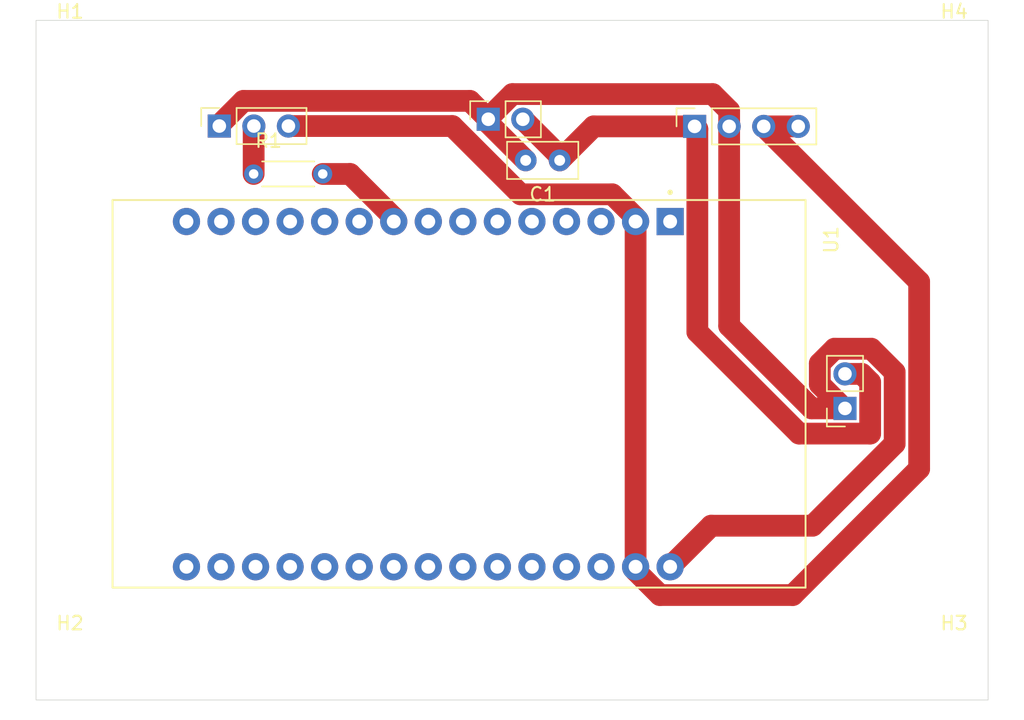
<source format=kicad_pcb>
(kicad_pcb (version 20241229) (generator "pcbnew") (generator_version "9.0")
  (layers (0 "F.Cu" signal) (2 "B.Cu" signal) (13 "F.Paste" user) (15 "B.Paste" user) (5 "F.SilkS" user "F.Silkscreen") (7 "B.SilkS" user "B.Silkscreen") (1 "F.Mask" user) (3 "B.Mask" user) (25 "Edge.Cuts" user))
  (net 0 "")
  (net 12 "GND")
  (net 28 "Net-(J4-Pin_2)")
  (net 29 "Net-(U1-D18)")
  (net 30 "Net-(J1-Pin_1)")
  (net 31 "Net-(J1-Pin_2)")
  (footprint "Capacitor_THT:C_Disc_D5.0mm_W2.5mm_P2.50mm" (layer "F.Cu") (at 164 100.3 180)
    (property "Reference" "C1" (at 1.25 -2.5 0) (layer "F.SilkS"))
    (property "Value" "C")
    (fp_line (start 3.87 1.37) (end -1.37 1.37) (stroke (width 0.12)) (layer "F.SilkS"))
    (fp_line (start 3.87 -1.37) (end 3.87 1.37) (stroke (width 0.12)) (layer "F.SilkS"))
    (fp_line (start -1.37 1.37) (end -1.37 -1.37) (stroke (width 0.12)) (layer "F.SilkS"))
    (fp_line (start -1.37 -1.37) (end 3.87 -1.37) (stroke (width 0.12)) (layer "F.SilkS"))
    (pad "1" thru_hole circle (at 0 0 180) (size 1.6 1.6) (drill 0.8) (layers "*.Cu" "*.Mask") (net 31 "Net-(J1-Pin_2)"))
    (pad "2" thru_hole circle (at 2.5 0 180) (size 1.6 1.6) (drill 0.8) (layers "*.Cu" "*.Mask") (net 30 "Net-(J1-Pin_1)"))
  )
  (footprint "MountingHole:MountingHole_2.2mm_M2" (layer "F.Cu") (at 128 137.5)
    (property "Reference" "H2" (at 0 -3.15 0) (layer "F.SilkS"))
    (property "Value" "MountingHole")
    (pad "" np_thru_hole circle (at 0 0) (size 2.2 2.2) (drill 2.2) (layers "*.Cu" "*.Mask"))
  )
  (footprint "Connector_PinSocket_2.54mm:PinSocket_1x03_P2.54mm_Vertical" (layer "F.Cu") (at 138.975 97.775 90)
    (property "Reference" "J4" (hide yes))
    (property "Value" "LED")
    (fp_line (start 1.33 -1.33) (end 1.33 0) (stroke (width 0.12)) (layer "F.SilkS"))
    (fp_line (start 0 -1.33) (end 1.33 -1.33) (stroke (width 0.12)) (layer "F.SilkS"))
    (fp_line (start 1.33 1.27) (end 1.33 6.41) (stroke (width 0.12)) (layer "F.SilkS"))
    (fp_line (start -1.33 1.27) (end 1.33 1.27) (stroke (width 0.12)) (layer "F.SilkS"))
    (fp_line (start -1.33 1.27) (end -1.33 6.41) (stroke (width 0.12)) (layer "F.SilkS"))
    (fp_line (start -1.33 6.41) (end 1.33 6.41) (stroke (width 0.12)) (layer "F.SilkS"))
    (pad "1" thru_hole rect (at 0 0 90) (size 1.7 1.7) (drill 1) (layers "*.Cu" "*.Mask") (net 30 "Net-(J1-Pin_1)"))
    (pad "2" thru_hole circle (at 0 2.54 90) (size 1.7 1.7) (drill 1) (layers "*.Cu" "*.Mask") (net 28 "Net-(J4-Pin_2)"))
    (pad "3" thru_hole circle (at 0 5.08 90) (size 1.7 1.7) (drill 1) (layers "*.Cu" "*.Mask") (net 12 "GND"))
  )
  (footprint "Resistor_THT:R_Axial_DIN0204_L3.6mm_D1.6mm_P5.08mm_Horizontal" (layer "F.Cu") (at 141.5 101.3)
    (property "Reference" "R1" (at 1.095 -2.445 0) (layer "F.SilkS"))
    (property "Value" "330")
    (fp_line (start 0.62 -0.92) (end 4.46 -0.92) (stroke (width 0.12)) (layer "F.SilkS"))
    (fp_line (start 0.62 0.92) (end 4.46 0.92) (stroke (width 0.12)) (layer "F.SilkS"))
    (pad "1" thru_hole circle (at 0 0) (size 1.4 1.4) (drill 0.7) (layers "*.Cu" "*.Mask") (net 28 "Net-(J4-Pin_2)"))
    (pad "2" thru_hole circle (at 5.08 0) (size 1.4 1.4) (drill 0.7) (layers "*.Cu" "*.Mask") (net 29 "Net-(U1-D18)"))
  )
  (footprint "Connector_PinSocket_2.54mm:PinSocket_1x02_P2.54mm_Vertical" (layer "F.Cu") (at 158.75 97.275 90)
    (property "Reference" "J2" (hide yes))
    (property "Value" "DCjack1")
    (fp_line (start 1.33 -1.33) (end 1.33 0) (stroke (width 0.12)) (layer "F.SilkS"))
    (fp_line (start 0 -1.33) (end 1.33 -1.33) (stroke (width 0.12)) (layer "F.SilkS"))
    (fp_line (start 1.33 1.27) (end 1.33 3.87) (stroke (width 0.12)) (layer "F.SilkS"))
    (fp_line (start -1.33 1.27) (end 1.33 1.27) (stroke (width 0.12)) (layer "F.SilkS"))
    (fp_line (start -1.33 1.27) (end -1.33 3.87) (stroke (width 0.12)) (layer "F.SilkS"))
    (fp_line (start -1.33 3.87) (end 1.33 3.87) (stroke (width 0.12)) (layer "F.SilkS"))
    (pad "1" thru_hole rect (at 0 0 90) (size 1.7 1.7) (drill 1) (layers "*.Cu" "*.Mask") (net 30 "Net-(J1-Pin_1)"))
    (pad "2" thru_hole circle (at 0 2.54 90) (size 1.7 1.7) (drill 1) (layers "*.Cu" "*.Mask") (net 31 "Net-(J1-Pin_2)"))
  )
  (footprint "ESP32-DEVKIT-V1:MODULE_ESP32_DEVKIT_V1" (layer "F.Cu") (at 156.605 117.5 -90)
    (property "Reference" "U1" (at -11.355 -27.36 90) (layer "F.SilkS"))
    (property "Value" "ESP32-DEVKIT-V1")
    (fp_line (start -14.28 25.475) (end -8.91 25.475) (stroke (width 0.127)) (layer "F.SilkS"))
    (fp_line (start -14.28 25.475) (end -14.28 -25.475) (stroke (width 0.127)) (layer "F.SilkS"))
    (fp_line (start -14.28 25.475) (end -14.28 -25.475) (stroke (width 0.127)) (layer "F.SilkS"))
    (fp_line (start -8.91 25.475) (end 8.78 25.475) (stroke (width 0.127)) (layer "F.SilkS"))
    (fp_line (start 8.78 25.475) (end 14.23 25.475) (stroke (width 0.127)) (layer "F.SilkS"))
    (fp_line (start 14.23 25.475) (end -14.28 25.475) (stroke (width 0.127)) (layer "F.SilkS"))
    (fp_line (start -14.28 -25.475) (end -3.211 -25.475) (stroke (width 0.127)) (layer "F.SilkS"))
    (fp_line (start -14.28 -25.475) (end 14.23 -25.475) (stroke (width 0.127)) (layer "F.SilkS"))
    (fp_line (start -3.211 -25.475) (end 3.5 -25.475) (stroke (width 0.127)) (layer "F.SilkS"))
    (fp_line (start 3.5 -25.475) (end 14.23 -25.475) (stroke (width 0.127)) (layer "F.SilkS"))
    (fp_line (start 14.23 -25.475) (end 14.23 25.475) (stroke (width 0.127)) (layer "F.SilkS"))
    (fp_line (start 14.23 -25.475) (end 14.23 25.475) (stroke (width 0.127)) (layer "F.SilkS"))
    (fp_circle (center -14.85 -15.515) (end -14.75 -15.515) (stroke (width 0.2)) (fill no) (layer "F.SilkS"))
    (pad "" np_thru_hole circle (at -12.28 -23.475 270) (size 3 3) (drill 3) (layers "*.Cu" "*.Mask"))
    (pad "" np_thru_hole circle (at -12.28 23.475 270) (size 3 3) (drill 3) (layers "*.Cu" "*.Mask"))
    (pad "" np_thru_hole circle (at 12.23 -23.475 270) (size 3 3) (drill 3) (layers "*.Cu" "*.Mask"))
    (pad "" np_thru_hole circle (at 12.23 23.475 270) (size 3 3) (drill 3) (layers "*.Cu" "*.Mask"))
    (pad "1" thru_hole rect (at -12.7 -15.515 270) (size 2 2) (drill 1.02) (layers "*.Cu" "*.Mask"))
    (pad "2" thru_hole circle (at -12.7 -12.975 270) (size 2 2) (drill 1.02) (layers "*.Cu" "*.Mask") (net 12 "GND"))
    (pad "3" thru_hole circle (at -12.7 -10.435 270) (size 2 2) (drill 1.02) (layers "*.Cu" "*.Mask"))
    (pad "4" thru_hole circle (at -12.7 -7.895 270) (size 2 2) (drill 1.02) (layers "*.Cu" "*.Mask"))
    (pad "5" thru_hole circle (at -12.7 -5.355 270) (size 2 2) (drill 1.02) (layers "*.Cu" "*.Mask"))
    (pad "6" thru_hole circle (at -12.7 -2.815 270) (size 2 2) (drill 1.02) (layers "*.Cu" "*.Mask"))
    (pad "7" thru_hole circle (at -12.7 -0.275 270) (size 2 2) (drill 1.02) (layers "*.Cu" "*.Mask"))
    (pad "8" thru_hole circle (at -12.7 2.265 270) (size 2 2) (drill 1.02) (layers "*.Cu" "*.Mask"))
    (pad "9" thru_hole circle (at -12.7 4.805 270) (size 2 2) (drill 1.02) (layers "*.Cu" "*.Mask") (net 29 "Net-(U1-D18)"))
    (pad "10" thru_hole circle (at -12.7 7.345 270) (size 2 2) (drill 1.02) (layers "*.Cu" "*.Mask"))
    (pad "11" thru_hole circle (at -12.7 9.885 270) (size 2 2) (drill 1.02) (layers "*.Cu" "*.Mask"))
    (pad "12" thru_hole circle (at -12.7 12.425 270) (size 2 2) (drill 1.02) (layers "*.Cu" "*.Mask"))
    (pad "13" thru_hole circle (at -12.7 14.965 270) (size 2 2) (drill 1.02) (layers "*.Cu" "*.Mask"))
    (pad "14" thru_hole circle (at -12.7 17.505 270) (size 2 2) (drill 1.02) (layers "*.Cu" "*.Mask"))
    (pad "15" thru_hole circle (at -12.7 20.045 270) (size 2 2) (drill 1.02) (layers "*.Cu" "*.Mask"))
    (pad "16" thru_hole circle (at 12.7 20.045 270) (size 2 2) (drill 1.02) (layers "*.Cu" "*.Mask"))
    (pad "17" thru_hole circle (at 12.7 17.505 270) (size 2 2) (drill 1.02) (layers "*.Cu" "*.Mask"))
    (pad "18" thru_hole circle (at 12.7 14.965 270) (size 2 2) (drill 1.02) (layers "*.Cu" "*.Mask"))
    (pad "19" thru_hole circle (at 12.7 12.425 270) (size 2 2) (drill 1.02) (layers "*.Cu" "*.Mask"))
    (pad "20" thru_hole circle (at 12.7 9.885 270) (size 2 2) (drill 1.02) (layers "*.Cu" "*.Mask"))
    (pad "21" thru_hole circle (at 12.7 7.345 270) (size 2 2) (drill 1.02) (layers "*.Cu" "*.Mask"))
    (pad "22" thru_hole circle (at 12.7 4.805 270) (size 2 2) (drill 1.02) (layers "*.Cu" "*.Mask"))
    (pad "23" thru_hole circle (at 12.7 2.265 270) (size 2 2) (drill 1.02) (layers "*.Cu" "*.Mask"))
    (pad "24" thru_hole circle (at 12.7 -0.275 270) (size 2 2) (drill 1.02) (layers "*.Cu" "*.Mask"))
    (pad "25" thru_hole circle (at 12.7 -2.815 270) (size 2 2) (drill 1.02) (layers "*.Cu" "*.Mask"))
    (pad "26" thru_hole circle (at 12.7 -5.355 270) (size 2 2) (drill 1.02) (layers "*.Cu" "*.Mask"))
    (pad "27" thru_hole circle (at 12.7 -7.895 270) (size 2 2) (drill 1.02) (layers "*.Cu" "*.Mask"))
    (pad "28" thru_hole circle (at 12.7 -10.435 270) (size 2 2) (drill 1.02) (layers "*.Cu" "*.Mask"))
    (pad "29" thru_hole circle (at 12.7 -12.975 270) (size 2 2) (drill 1.02) (layers "*.Cu" "*.Mask") (net 12 "GND"))
    (pad "30" thru_hole circle (at 12.7 -15.515 270) (size 2 2) (drill 1.02) (layers "*.Cu" "*.Mask") (net 30 "Net-(J1-Pin_1)"))
  )
  (footprint "MountingHole:MountingHole_2.2mm_M2" (layer "F.Cu") (at 193 92.5)
    (property "Reference" "H4" (at 0 -3.15 0) (layer "F.SilkS"))
    (property "Value" "MountingHole")
    (pad "" np_thru_hole circle (at 0 0) (size 2.2 2.2) (drill 2.2) (layers "*.Cu" "*.Mask"))
  )
  (footprint "MountingHole:MountingHole_2.2mm_M2" (layer "F.Cu") (at 193 137.5)
    (property "Reference" "H3" (at 0 -3.15 0) (layer "F.SilkS"))
    (property "Value" "MountingHole")
    (pad "" np_thru_hole circle (at 0 0) (size 2.2 2.2) (drill 2.2) (layers "*.Cu" "*.Mask"))
  )
  (footprint "MountingHole:MountingHole_2.2mm_M2" (layer "F.Cu") (at 128 92.5)
    (property "Reference" "H1" (at 0 -3.15 0) (layer "F.SilkS"))
    (property "Value" "MountingHole")
    (pad "" np_thru_hole circle (at 0 0) (size 2.2 2.2) (drill 2.2) (layers "*.Cu" "*.Mask"))
  )
  (footprint "Connector_PinSocket_2.54mm:PinSocket_1x02_P2.54mm_Vertical" (layer "F.Cu") (at 184.975 118.55 180)
    (property "Reference" "J1" (hide yes))
    (property "Value" "DCjack2" (hide yes))
    (fp_line (start 1.33 1.27) (end 1.33 3.87) (stroke (width 0.12)) (layer "F.SilkS"))
    (fp_line (start 1.33 -1.33) (end 1.33 0) (stroke (width 0.12)) (layer "F.SilkS"))
    (fp_line (start 0 -1.33) (end 1.33 -1.33) (stroke (width 0.12)) (layer "F.SilkS"))
    (fp_line (start -1.33 3.87) (end 1.33 3.87) (stroke (width 0.12)) (layer "F.SilkS"))
    (fp_line (start -1.33 1.27) (end 1.33 1.27) (stroke (width 0.12)) (layer "F.SilkS"))
    (fp_line (start -1.33 1.27) (end -1.33 3.87) (stroke (width 0.12)) (layer "F.SilkS"))
    (pad "1" thru_hole rect (at 0 0 180) (size 1.7 1.7) (drill 1) (layers "*.Cu" "*.Mask") (net 30 "Net-(J1-Pin_1)"))
    (pad "2" thru_hole circle (at 0 2.54 180) (size 1.7 1.7) (drill 1) (layers "*.Cu" "*.Mask") (net 31 "Net-(J1-Pin_2)"))
  )
  (footprint "Connector_PinSocket_2.54mm:PinSocket_1x04_P2.54mm_Vertical" (layer "F.Cu") (at 173.92 97.8 90)
    (property "Reference" "J3" (hide yes))
    (property "Value" "metalRingLight" (hide yes))
    (fp_line (start 1.33 -1.33) (end 1.33 0) (stroke (width 0.12)) (layer "F.SilkS"))
    (fp_line (start 0 -1.33) (end 1.33 -1.33) (stroke (width 0.12)) (layer "F.SilkS"))
    (fp_line (start 1.33 1.27) (end 1.33 8.95) (stroke (width 0.12)) (layer "F.SilkS"))
    (fp_line (start -1.33 1.27) (end 1.33 1.27) (stroke (width 0.12)) (layer "F.SilkS"))
    (fp_line (start -1.33 1.27) (end -1.33 8.95) (stroke (width 0.12)) (layer "F.SilkS"))
    (fp_line (start -1.33 8.95) (end 1.33 8.95) (stroke (width 0.12)) (layer "F.SilkS"))
    (pad "1" thru_hole rect (at 0 0 90) (size 1.7 1.7) (drill 1) (layers "*.Cu" "*.Mask") (net 31 "Net-(J1-Pin_2)"))
    (pad "2" thru_hole circle (at 0 2.54 90) (size 1.7 1.7) (drill 1) (layers "*.Cu" "*.Mask") (net 30 "Net-(J1-Pin_1)"))
    (pad "3" thru_hole circle (at 0 5.08 90) (size 1.7 1.7) (drill 1) (layers "*.Cu" "*.Mask") (net 12 "GND"))
    (pad "4" thru_hole circle (at 0 7.62 90) (size 1.7 1.7) (drill 1) (layers "*.Cu" "*.Mask") (net 12 "GND"))
  )
  (gr_rect (start 125.5 90) (end 195.5 140) (stroke (width 0.05)) (fill no) (layer "Edge.Cuts"))
  (segment (start 190.428 109.228) (end 179 97.8) (width 1.6) (layer "F.Cu") (net 12))
  (segment (start 169.58 104.8) (end 169.58 130.2) (width 1.6) (layer "F.Cu") (net 12))
  (segment (start 167.868842 102.799) (end 169.58 104.510158) (width 1.6) (layer "F.Cu") (net 12))
  (segment (start 169.58 130.2) (end 169.58 130.489842) (width 1.6) (layer "F.Cu") (net 12))
  (segment (start 181.136659 132.281) (end 190.428 122.989659) (width 1.6) (layer "F.Cu") (net 12))
  (segment (start 169.58 130.489842) (end 171.371158 132.281) (width 1.6) (layer "F.Cu") (net 12))
  (segment (start 169.58 104.510158) (end 169.58 104.8) (width 1.6) (layer "F.Cu") (net 12))
  (segment (start 179 97.8) (end 181.54 97.8) (width 1.6) (layer "F.Cu") (net 12))
  (segment (start 171.371158 132.281) (end 181.136659 132.281) (width 1.6) (layer "F.Cu") (net 12))
  (segment (start 156.107158 97.775) (end 161.131158 102.799) (width 1.6) (layer "F.Cu") (net 12))
  (segment (start 161.131158 102.799) (end 167.868842 102.799) (width 1.6) (layer "F.Cu") (net 12))
  (segment (start 144.055 97.775) (end 156.107158 97.775) (width 1.6) (layer "F.Cu") (net 12))
  (segment (start 190.428 122.989659) (end 190.428 109.228) (width 1.6) (layer "F.Cu") (net 12))
  (segment (start 141.5 101.3) (end 141.5 97.79) (width 1.6) (layer "F.Cu") (net 28))
  (segment (start 141.5 97.79) (end 141.515 97.775) (width 1.6) (layer "F.Cu") (net 28))
  (segment (start 151.8 104.510158) (end 148.589842 101.3) (width 1.6) (layer "F.Cu") (net 29))
  (segment (start 151.8 104.8) (end 151.8 104.510158) (width 1.6) (layer "F.Cu") (net 29))
  (segment (start 148.589842 101.3) (end 146.58 101.3) (width 1.6) (layer "F.Cu") (net 29))
  (segment (start 161.5 100.3) (end 158.75 97.55) (width 1.6) (layer "F.Cu") (net 30))
  (segment (start 158.75 97.275) (end 158.75 97.19729) (width 1.6) (layer "F.Cu") (net 30))
  (segment (start 158.75 97.55) (end 158.75 97.275) (width 1.6) (layer "F.Cu") (net 30))
  (segment (start 138.975 97.69729) (end 140.74829 95.924) (width 1.6) (layer "F.Cu") (net 30))
  (segment (start 176.46 97.8) (end 176.46 112.485) (width 1.6) (layer "F.Cu") (net 30))
  (segment (start 176.46 97.8) (end 176.46 97.72229) (width 1.6) (layer "F.Cu") (net 30))
  (segment (start 175.141 127.179) (end 182.594999 127.179) (width 1.6) (layer "F.Cu") (net 30))
  (segment (start 160.52329 95.424) (end 175.246 95.424) (width 1.6) (layer "F.Cu") (net 30))
  (segment (start 176.46 112.485) (end 182.525 118.55) (width 1.6) (layer "F.Cu") (net 30))
  (segment (start 172.12 130.2) (end 175.141 127.179) (width 1.6) (layer "F.Cu") (net 30))
  (segment (start 138.975 97.775) (end 138.975 97.69729) (width 1.6) (layer "F.Cu") (net 30))
  (segment (start 182.594999 127.179) (end 188.627 121.146999) (width 1.6) (layer "F.Cu") (net 30))
  (segment (start 157.399 95.924) (end 158.75 97.275) (width 1.6) (layer "F.Cu") (net 30))
  (segment (start 183.124 115.24329) (end 183.124 116.77671) (width 1.6) (layer "F.Cu") (net 30))
  (segment (start 140.74829 95.924) (end 157.399 95.924) (width 1.6) (layer "F.Cu") (net 30))
  (segment (start 158.75 97.19729) (end 160.52329 95.424) (width 1.6) (layer "F.Cu") (net 30))
  (segment (start 175.246 95.424) (end 176.46 96.638) (width 1.6) (layer "F.Cu") (net 30))
  (segment (start 182.525 118.55) (end 184.975 118.55) (width 1.6) (layer "F.Cu") (net 30))
  (segment (start 188.627 115.880002) (end 186.905998 114.159) (width 1.6) (layer "F.Cu") (net 30))
  (segment (start 183.124 116.77671) (end 184.89729 118.55) (width 1.6) (layer "F.Cu") (net 30))
  (segment (start 186.905998 114.159) (end 184.20829 114.159) (width 1.6) (layer "F.Cu") (net 30))
  (segment (start 176.46 96.638) (end 176.46 97.8) (width 1.6) (layer "F.Cu") (net 30))
  (segment (start 184.89729 118.55) (end 184.975 118.55) (width 1.6) (layer "F.Cu") (net 30))
  (segment (start 184.20829 114.159) (end 183.124 115.24329) (width 1.6) (layer "F.Cu") (net 30))
  (segment (start 188.627 121.146999) (end 188.627 115.880002) (width 1.6) (layer "F.Cu") (net 30))
  (segment (start 186.21 116.01) (end 184.975 116.01) (width 1.6) (layer "F.Cu") (net 31))
  (segment (start 166.5 97.8) (end 173.92 97.8) (width 1.6) (layer "F.Cu") (net 31))
  (segment (start 164 100.3) (end 164 99.985) (width 1.6) (layer "F.Cu") (net 31))
  (segment (start 181.601 120.401) (end 186.826 120.401) (width 1.6) (layer "F.Cu") (net 31))
  (segment (start 164 99.985) (end 161.29 97.275) (width 1.6) (layer "F.Cu") (net 31))
  (segment (start 173.92 97.8) (end 174.121 98.001) (width 1.6) (layer "F.Cu") (net 31))
  (segment (start 174.121 112.921) (end 181.601 120.401) (width 1.6) (layer "F.Cu") (net 31))
  (segment (start 164 100.3) (end 166.5 97.8) (width 1.6) (layer "F.Cu") (net 31))
  (segment (start 186.826 116.626) (end 186.21 116.01) (width 1.6) (layer "F.Cu") (net 31))
  (segment (start 186.826 120.401) (end 186.826 116.626) (width 1.6) (layer "F.Cu") (net 31))
  (segment (start 174.121 98.001) (end 174.121 112.921) (width 1.6) (layer "F.Cu") (net 31))
)
</source>
